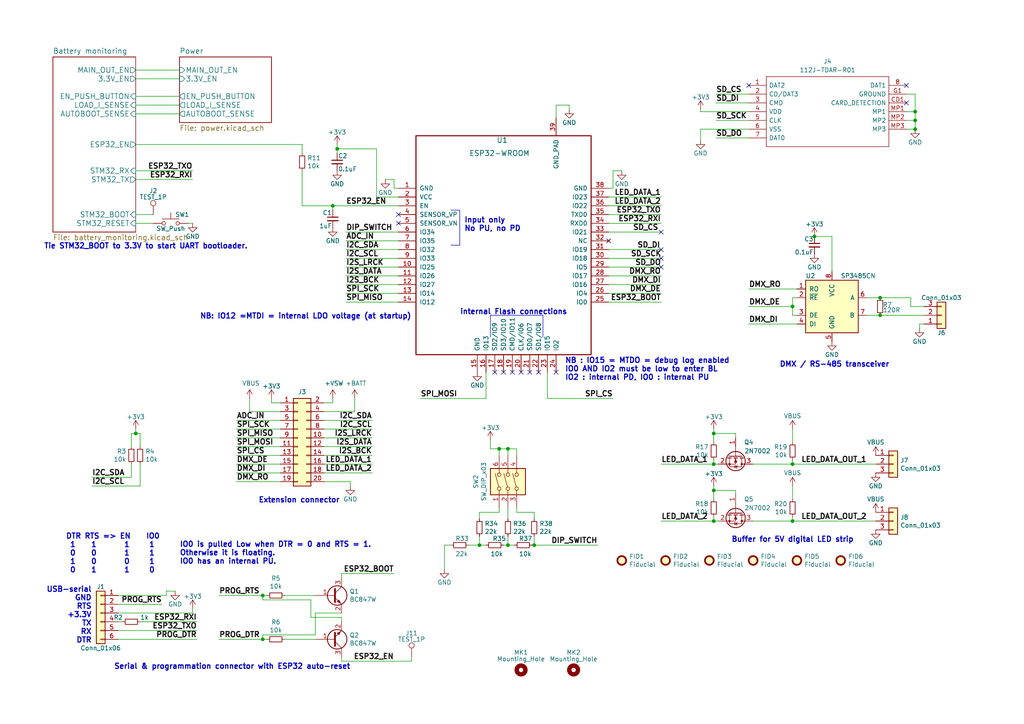
<source format=kicad_sch>
(kicad_sch (version 20231120) (generator "eeschema") (generator_version "8.0")
  (paper "A4")
  (title_block (title "ESP32 battery management module") (date "2023-06-14") (rev "3.2") (company "KXKM") (comment 1 "Tom Magnier / initial release") (comment 2 "Viven Henry / SD, Switch, Autoboot") (comment 3 "Clément SAILLANT / update Autoboot, readd SD"))
  (lib_symbols
    (symbol "112J-TDAR-R01:112J-TDAR-R01" (pin_names (offset 0.762))
      (property "Reference" "J" (at 41.91 7.62 0))
      (property "Value" "112J-TDAR-R01" (at 41.91 5.08 0))
      (symbol "112J-TDAR-R01_0_0"
        (pin passive line (at 0 0 0) (length 5.08) (name "DAT2") (number "1"))
        (pin passive line (at 0 -2.54 0) (length 5.08) (name "CD/DAT3") (number "2"))
        (pin passive line (at 0 -5.08 0) (length 5.08) (name "CMD") (number "3"))
        (pin passive line (at 0 -7.62 0) (length 5.08) (name "VDD") (number "4"))
        (pin passive line (at 0 -10.16 0) (length 5.08) (name "CLK") (number "5"))
        (pin passive line (at 0 -12.7 0) (length 5.08) (name "VSS") (number "6"))
        (pin passive line (at 0 -15.24 0) (length 5.08) (name "DAT0") (number "7"))
        (pin passive line (at 45.72 0 180) (length 5.08) (name "DAT1") (number "8"))
        (pin passive line (at 45.72 -5.08 180) (length 5.08) (name "CARD_DETECTION") (number "CD1"))
        (pin passive line (at 45.72 -2.54 180) (length 5.08) (name "GROUND") (number "G1"))
        (pin passive line (at 45.72 -7.62 180) (length 5.08) (name "MP1") (number "MP1"))
        (pin passive line (at 45.72 -10.16 180) (length 5.08) (name "MP2") (number "MP2"))
        (pin passive line (at 45.72 -12.7 180) (length 5.08) (name "MP3") (number "MP3"))
      )
    )
    (symbol "Connector:TestPoint" (pin_numbers hide) (pin_names (offset 0.762) hide)
      (property "Reference" "TP" (at 0 6.858 0))
      (property "Value" "Connector_TestPoint" (at 0 5.08 0))
      (symbol "TestPoint_1_1"
        (pin passive line (at 0 0 90) (length 2.54) (name "1") (number "1"))
      )
    )
    (symbol "Connector_Generic:Conn_01x03" (pin_names (offset 1.016) hide)
      (property "Reference" "J" (at 0 5.08 0))
      (property "Value" "Connector_Generic_Conn_01x03" (at 0 -5.08 0))
      (symbol "Conn_01x03_1_1"
        (pin passive line (at -5.08 2.54 0) (length 3.81) (name "Pin_1") (number "1"))
        (pin passive line (at -5.08 0 0) (length 3.81) (name "Pin_2") (number "2"))
        (pin passive line (at -5.08 -2.54 0) (length 3.81) (name "Pin_3") (number "3"))
      )
    )
    (symbol "Connector_Generic:Conn_01x06" (pin_names (offset 1.016) hide)
      (property "Reference" "J" (at 0 7.62 0))
      (property "Value" "Connector_Generic_Conn_01x06" (at 0 -10.16 0))
      (symbol "Conn_01x06_1_1"
        (pin passive line (at -5.08 5.08 0) (length 3.81) (name "Pin_1") (number "1"))
        (pin passive line (at -5.08 2.54 0) (length 3.81) (name "Pin_2") (number "2"))
        (pin passive line (at -5.08 0 0) (length 3.81) (name "Pin_3") (number "3"))
        (pin passive line (at -5.08 -2.54 0) (length 3.81) (name "Pin_4") (number "4"))
        (pin passive line (at -5.08 -5.08 0) (length 3.81) (name "Pin_5") (number "5"))
        (pin passive line (at -5.08 -7.62 0) (length 3.81) (name "Pin_6") (number "6"))
      )
    )
    (symbol "Connector_Generic:Conn_02x10_Odd_Even" (pin_names (offset 1.016) hide)
      (property "Reference" "J" (at 1.27 12.7 0))
      (property "Value" "Connector_Generic_Conn_02x10_Odd_Even" (at 1.27 -15.24 0))
      (symbol "Conn_02x10_Odd_Even_1_1"
        (pin passive line (at -5.08 10.16 0) (length 3.81) (name "Pin_1") (number "1"))
        (pin passive line (at 7.62 0 180) (length 3.81) (name "Pin_10") (number "10"))
        (pin passive line (at -5.08 -2.54 0) (length 3.81) (name "Pin_11") (number "11"))
        (pin passive line (at 7.62 -2.54 180) (length 3.81) (name "Pin_12") (number "12"))
        (pin passive line (at -5.08 -5.08 0) (length 3.81) (name "Pin_13") (number "13"))
        (pin passive line (at 7.62 -5.08 180) (length 3.81) (name "Pin_14") (number "14"))
        (pin passive line (at -5.08 -7.62 0) (length 3.81) (name "Pin_15") (number "15"))
        (pin passive line (at 7.62 -7.62 180) (length 3.81) (name "Pin_16") (number "16"))
        (pin passive line (at -5.08 -10.16 0) (length 3.81) (name "Pin_17") (number "17"))
        (pin passive line (at 7.62 -10.16 180) (length 3.81) (name "Pin_18") (number "18"))
        (pin passive line (at -5.08 -12.7 0) (length 3.81) (name "Pin_19") (number "19"))
        (pin passive line (at 7.62 10.16 180) (length 3.81) (name "Pin_2") (number "2"))
        (pin passive line (at 7.62 -12.7 180) (length 3.81) (name "Pin_20") (number "20"))
        (pin passive line (at -5.08 7.62 0) (length 3.81) (name "Pin_3") (number "3"))
        (pin passive line (at 7.62 7.62 180) (length 3.81) (name "Pin_4") (number "4"))
        (pin passive line (at -5.08 5.08 0) (length 3.81) (name "Pin_5") (number "5"))
        (pin passive line (at 7.62 5.08 180) (length 3.81) (name "Pin_6") (number "6"))
        (pin passive line (at -5.08 2.54 0) (length 3.81) (name "Pin_7") (number "7"))
        (pin passive line (at 7.62 2.54 180) (length 3.81) (name "Pin_8") (number "8"))
        (pin passive line (at -5.08 0 0) (length 3.81) (name "Pin_9") (number "9"))
      )
    )
    (symbol "Device:C_Small" (pin_numbers hide) (pin_names (offset 0.254) hide)
      (property "Reference" "C" (at 0.254 1.778 0))
      (property "Value" "Device_C_Small" (at 0.254 -2.032 0))
      (symbol "C_Small_1_1"
        (pin passive line (at 0 2.54 270) (length 2.032) (name "~") (number "1"))
        (pin passive line (at 0 -2.54 90) (length 2.032) (name "~") (number "2"))
      )
    )
    (symbol "Device:R_Small" (pin_numbers hide) (pin_names (offset 0.254) hide)
      (property "Reference" "R" (at 0.762 0.508 0))
      (property "Value" "Device_R_Small" (at 0.762 -1.016 0))
      (symbol "R_Small_1_1"
        (pin passive line (at 0 2.54 270) (length 0.762) (name "~") (number "1"))
        (pin passive line (at 0 -2.54 90) (length 0.762) (name "~") (number "2"))
      )
    )
    (symbol "Interface_UART:SP3485CN" (pin_names (offset 1.016))
      (property "Reference" "U" (at -7.62 8.89 0))
      (property "Value" "Interface_UART_SP3485CN" (at 2.54 8.89 0))
      (symbol "SP3485CN_1_1"
        (pin output line (at -10.16 5.08 0) (length 2.54) (name "RO") (number "1"))
        (pin input line (at -10.16 2.54 0) (length 2.54) (name "~{RE}") (number "2"))
        (pin input line (at -10.16 -2.54 0) (length 2.54) (name "DE") (number "3"))
        (pin input line (at -10.16 -5.08 0) (length 2.54) (name "DI") (number "4"))
        (pin power_in line (at 0 -10.16 90) (length 2.54) (name "GND") (number "5"))
        (pin bidirectional line (at 10.16 2.54 180) (length 2.54) (name "A") (number "6"))
        (pin bidirectional line (at 10.16 -2.54 180) (length 2.54) (name "B") (number "7"))
        (pin power_in line (at 0 10.16 270) (length 2.54) (name "VCC") (number "8"))
      )
    )
    (symbol "KXKM_ESP32_battery_management_board-rescue:ESP32-WROOM-espressif-xess" (pin_names (offset 1.016))
      (property "Reference" "U" (at 3.81 6.35 0))
      (property "Value" "ESP32-WROOM-espressif-xess" (at 3.81 3.81 0))
      (symbol "ESP32-WROOM-espressif-xess_1_1"
        (pin power_in line (at 0 0 0) (length 5.08) (name "GND") (number "1"))
        (pin bidirectional line (at 0 -22.86 0) (length 5.08) (name "IO25") (number "10"))
        (pin input line (at 0 -25.4 0) (length 5.08) (name "IO26") (number "11"))
        (pin bidirectional line (at 0 -27.94 0) (length 5.08) (name "IO27") (number "12"))
        (pin bidirectional line (at 0 -30.48 0) (length 5.08) (name "IO14") (number "13"))
        (pin bidirectional line (at 0 -33.02 0) (length 5.08) (name "IO12") (number "14"))
        (pin power_in line (at 22.86 -53.34 90) (length 5.08) (name "GND") (number "15"))
        (pin bidirectional line (at 25.4 -53.34 90) (length 5.08) (name "IO13") (number "16"))
        (pin bidirectional line (at 27.94 -53.34 90) (length 5.08) (name "SD2/IO9") (number "17"))
        (pin bidirectional line (at 30.48 -53.34 90) (length 5.08) (name "SD3/IO10") (number "18"))
        (pin bidirectional line (at 33.02 -53.34 90) (length 5.08) (name "CMD/IO11") (number "19"))
        (pin power_in line (at 0 -2.54 0) (length 5.08) (name "VCC") (number "2"))
        (pin bidirectional line (at 35.56 -53.34 90) (length 5.08) (name "CLK/IO6") (number "20"))
        (pin bidirectional line (at 38.1 -53.34 90) (length 5.08) (name "SD0/IO7") (number "21"))
        (pin bidirectional line (at 40.64 -53.34 90) (length 5.08) (name "SD1/IO8") (number "22"))
        (pin bidirectional line (at 43.18 -53.34 90) (length 5.08) (name "IO15") (number "23"))
        (pin bidirectional line (at 45.72 -53.34 90) (length 5.08) (name "IO2") (number "24"))
        (pin bidirectional line (at 60.96 -33.02 180) (length 5.08) (name "IO0") (number "25"))
        (pin bidirectional line (at 60.96 -30.48 180) (length 5.08) (name "IO4") (number "26"))
        (pin bidirectional line (at 60.96 -27.94 180) (length 5.08) (name "IO16") (number "27"))
        (pin bidirectional line (at 60.96 -25.4 180) (length 5.08) (name "IO17") (number "28"))
        (pin bidirectional line (at 60.96 -22.86 180) (length 5.08) (name "IO5") (number "29"))
        (pin input line (at 0 -5.08 0) (length 5.08) (name "EN") (number "3"))
        (pin bidirectional line (at 60.96 -20.32 180) (length 5.08) (name "IO18") (number "30"))
        (pin bidirectional line (at 60.96 -17.78 180) (length 5.08) (name "IO19") (number "31"))
        (pin no_connect line (at 60.96 -15.24 180) (length 5.08) (name "NC") (number "32"))
        (pin bidirectional line (at 60.96 -12.7 180) (length 5.08) (name "IO21") (number "33"))
        (pin bidirectional line (at 60.96 -10.16 180) (length 5.08) (name "RXD0") (number "34"))
        (pin bidirectional line (at 60.96 -7.62 180) (length 5.08) (name "TXD0") (number "35"))
        (pin bidirectional line (at 60.96 -5.08 180) (length 5.08) (name "IO22") (number "36"))
        (pin bidirectional line (at 60.96 -2.54 180) (length 5.08) (name "IO23") (number "37"))
        (pin power_in line (at 60.96 0 180) (length 5.08) (name "GND") (number "38"))
        (pin power_in line (at 45.72 20.32 270) (length 5.08) (name "GND_PAD") (number "39"))
        (pin input line (at 0 -7.62 0) (length 5.08) (name "SENSOR_VP") (number "4"))
        (pin input line (at 0 -10.16 0) (length 5.08) (name "SENSOR_VN") (number "5"))
        (pin bidirectional line (at 0 -12.7 0) (length 5.08) (name "IO34") (number "6"))
        (pin bidirectional line (at 0 -15.24 0) (length 5.08) (name "IO35") (number "7"))
        (pin bidirectional line (at 0 -17.78 0) (length 5.08) (name "IO32") (number "8"))
        (pin bidirectional line (at 0 -20.32 0) (length 5.08) (name "IO33") (number "9"))
      )
    )
    (symbol "Mechanical:Fiducial"
      (property "Reference" "FID" (at 0 5.08 0))
      (property "Value" "Mechanical_Fiducial" (at 0 3.175 0))
    )
    (symbol "Mechanical:MountingHole" (pin_names (offset 1.016))
      (property "Reference" "H" (at 0 5.08 0))
      (property "Value" "Mechanical_MountingHole" (at 0 3.175 0))
    )
    (symbol "Switch:SW_DIP_x03" (pin_names (offset 0) hide)
      (property "Reference" "SW" (at 0 8.89 0))
      (property "Value" "Switch_SW_DIP_x03" (at 0 -3.81 0))
      (symbol "SW_DIP_x03_1_1"
        (pin passive line (at -7.62 5.08 0) (length 5.08) (name "~") (number "1"))
        (pin passive line (at -7.62 2.54 0) (length 5.08) (name "~") (number "2"))
        (pin passive line (at -7.62 0 0) (length 5.08) (name "~") (number "3"))
        (pin passive line (at 7.62 0 180) (length 5.08) (name "~") (number "4"))
        (pin passive line (at 7.62 2.54 180) (length 5.08) (name "~") (number "5"))
        (pin passive line (at 7.62 5.08 180) (length 5.08) (name "~") (number "6"))
      )
    )
    (symbol "Switch:SW_Push" (pin_numbers hide) (pin_names (offset 1.016) hide)
      (property "Reference" "SW" (at 1.27 2.54 0))
      (property "Value" "Switch_SW_Push" (at 0 -1.524 0))
      (symbol "SW_Push_0_1"
        (pin passive line (at -5.08 0 0) (length 2.54) (name "1") (number "1"))
        (pin passive line (at 5.08 0 180) (length 2.54) (name "2") (number "2"))
      )
    )
    (symbol "Transistor_BJT:BC847W" (pin_names (offset 0) hide)
      (property "Reference" "Q" (at 5.08 1.905 0))
      (property "Value" "Transistor_BJT_BC847W" (at 5.08 0 0))
      (symbol "BC847W_1_1"
        (pin input line (at -5.08 0 0) (length 5.715) (name "B") (number "1"))
        (pin passive line (at 2.54 -5.08 90) (length 2.54) (name "E") (number "2"))
        (pin passive line (at 2.54 5.08 270) (length 2.54) (name "C") (number "3"))
      )
    )
    (symbol "Transistor_FET:2N7002" (pin_names hide)
      (property "Reference" "Q" (at 5.08 1.905 0))
      (property "Value" "Transistor_FET_2N7002" (at 5.08 0 0))
      (symbol "2N7002_1_1"
        (pin input line (at -5.08 0 0) (length 2.54) (name "G") (number "1"))
        (pin passive line (at 2.54 -5.08 90) (length 2.54) (name "S") (number "2"))
        (pin passive line (at 2.54 5.08 270) (length 2.54) (name "D") (number "3"))
      )
    )
    (symbol "power:+3.3V" (power) (pin_names (offset 0))
      (property "Value" "power_+3.3V" (at 0 3.556 0))
      (symbol "+3.3V_1_1"
        (pin power_in line (at 0 0 90) (length 0) hide (name "+3V3") (number "1"))
      )
    )
    (symbol "power:+BATT" (power) (pin_names (offset 0))
      (property "Value" "power_+BATT" (at 0 3.556 0))
      (symbol "+BATT_1_1"
        (pin power_in line (at 0 0 90) (length 0) hide (name "+BATT") (number "1"))
      )
    )
    (symbol "power:+VSW" (power) (pin_names (offset 0))
      (property "Value" "power_+VSW" (at 0 3.556 0))
      (symbol "+VSW_1_1"
        (pin power_in line (at 0 0 90) (length 0) hide (name "+VSW") (number "1"))
      )
    )
    (symbol "power:GND" (power) (pin_names (offset 0))
      (property "Value" "power_GND" (at 0 -3.81 0))
      (symbol "GND_1_1"
        (pin power_in line (at 0 0 270) (length 0) hide (name "GND") (number "1"))
      )
    )
    (symbol "power:VBUS" (power) (pin_names (offset 0))
      (property "Value" "power_VBUS" (at 0 3.81 0))
      (symbol "VBUS_1_1"
        (pin power_in line (at 0 0 90) (length 0) hide (name "VBUS") (number "1"))
      )
    )
  )
  (junction (at 154.94 158.115))
  (junction (at 265.43 34.925))
  (junction (at 147.32 158.115))
  (junction (at 207.01 142.24))
  (junction (at 76.2 185.42))
  (junction (at 97.79 43.18))
  (junction (at 76.2 172.72))
  (junction (at 39.37 125.73))
  (junction (at 207.01 151.13))
  (junction (at 147.32 130.175))
  (junction (at 229.87 151.13))
  (junction (at 207.01 134.62))
  (junction (at 255.27 91.44))
  (junction (at 236.22 68.58))
  (junction (at 96.52 59.69))
  (junction (at 139.065 158.115))
  (junction (at 229.87 134.62))
  (junction (at 229.87 88.9))
  (junction (at 265.43 37.465))
  (junction (at 265.43 32.385))
  (junction (at 207.01 125.73))
  (junction (at 255.27 86.36))
  (junction (at 144.78 130.175))
  (no_connect (at 151.13 107.95))
  (no_connect (at 115.57 62.23))
  (no_connect (at 176.53 69.85))
  (no_connect (at 191.77 72.39))
  (no_connect (at 143.51 107.95))
  (no_connect (at 156.21 107.95))
  (no_connect (at 191.77 74.93))
  (no_connect (at 146.05 107.95))
  (no_connect (at 262.89 29.845))
  (no_connect (at 161.29 107.95))
  (no_connect (at 148.59 107.95))
  (no_connect (at 115.57 64.77))
  (no_connect (at 191.77 77.47))
  (no_connect (at 262.89 24.765))
  (no_connect (at 153.67 107.95))
  (no_connect (at 217.17 24.765))
  (no_connect (at 191.77 67.31))
  (wire (pts (xy 38.1 134.62) (xy 38.1 138.43)))
  (wire (pts (xy 76.2 172.72) (xy 77.47 172.72)))
  (wire (pts (xy 140.97 115.57) (xy 121.92 115.57)))
  (wire (pts (xy 76.2 173.99) (xy 90.17 173.99)))
  (wire (pts (xy 68.58 127) (xy 81.28 127)))
  (wire (pts (xy 93.98 134.62) (xy 107.95 134.62)))
  (wire (pts (xy 144.78 130.175) (xy 142.24 130.175)))
  (wire (pts (xy 72.39 119.38) (xy 81.28 119.38)))
  (wire (pts (xy 231.14 93.98) (xy 217.17 93.98)))
  (wire (pts (xy 231.14 83.82) (xy 217.17 83.82)))
  (wire (pts (xy 229.87 88.9) (xy 229.87 91.44)))
  (wire (pts (xy 176.53 54.61) (xy 177.8 54.61)))
  (wire (pts (xy 39.37 27.94) (xy 52.07 27.94)))
  (wire (pts (xy 213.36 142.24) (xy 213.36 143.51)))
  (wire (pts (xy 255.27 91.44) (xy 267.97 91.44)))
  (wire (pts (xy 87.63 59.69) (xy 87.63 49.53)))
  (wire (pts (xy 109.22 57.15) (xy 109.22 43.18)))
  (wire (pts (xy 229.87 86.36) (xy 229.87 88.9)))
  (wire (pts (xy 90.17 173.99) (xy 90.17 179.07)))
  (wire (pts (xy 91.44 177.8) (xy 99.06 177.8)))
  (wire (pts (xy 265.43 27.305) (xy 265.43 32.385)))
  (wire (pts (xy 82.55 185.42) (xy 91.44 185.42)))
  (wire (pts (xy 266.7 93.98) (xy 267.97 93.98)))
  (wire (pts (xy 176.53 77.47) (xy 191.77 77.47)))
  (wire (pts (xy 68.58 134.62) (xy 81.28 134.62)))
  (wire (pts (xy 40.64 125.73) (xy 40.64 129.54)))
  (wire (pts (xy 203.2 40.64) (xy 203.2 37.465)))
  (wire (pts (xy 39.37 20.32) (xy 52.07 20.32)))
  (wire (pts (xy 100.33 69.85) (xy 115.57 69.85)))
  (wire (pts (xy 78.74 115.57) (xy 78.74 116.84)))
  (wire (pts (xy 251.46 91.44) (xy 255.27 91.44)))
  (wire (pts (xy 207.01 142.24) (xy 213.36 142.24)))
  (wire (pts (xy 229.87 88.9) (xy 217.17 88.9)))
  (wire (pts (xy 96.52 60.96) (xy 96.52 59.69)))
  (wire (pts (xy 100.33 72.39) (xy 115.57 72.39)))
  (polyline (pts (xy 133.35 60.96) (xy 133.35 71.12)))
  (wire (pts (xy 115.57 85.09) (xy 100.33 85.09)))
  (wire (pts (xy 99.06 167.64) (xy 99.06 166.37)))
  (wire (pts (xy 97.79 43.18) (xy 97.79 44.45)))
  (wire (pts (xy 100.33 67.31) (xy 115.57 67.31)))
  (wire (pts (xy 229.87 144.78) (xy 229.87 140.97)))
  (wire (pts (xy 96.52 59.69) (xy 115.57 59.69)))
  (wire (pts (xy 177.8 49.53) (xy 180.34 49.53)))
  (wire (pts (xy 128.905 158.115) (xy 128.905 165.1)))
  (wire (pts (xy 115.57 57.15) (xy 109.22 57.15)))
  (wire (pts (xy 229.87 91.44) (xy 231.14 91.44)))
  (wire (pts (xy 63.5 185.42) (xy 76.2 185.42)))
  (wire (pts (xy 38.1 125.73) (xy 39.37 125.73)))
  (wire (pts (xy 34.29 180.34) (xy 35.56 180.34)))
  (wire (pts (xy 39.37 62.23) (xy 44.45 62.23)))
  (polyline (pts (xy 130.81 60.96) (xy 133.35 60.96)))
  (wire (pts (xy 262.89 32.385) (xy 265.43 32.385)))
  (wire (pts (xy 115.57 74.93) (xy 100.33 74.93)))
  (wire (pts (xy 229.87 151.13) (xy 254 151.13)))
  (wire (pts (xy 34.29 182.88) (xy 57.15 182.88)))
  (polyline (pts (xy 142.24 91.44) (xy 157.48 91.44)))
  (wire (pts (xy 93.98 121.92) (xy 107.95 121.92)))
  (wire (pts (xy 114.3 54.61) (xy 114.3 52.07)))
  (wire (pts (xy 109.22 43.18) (xy 97.79 43.18)))
  (wire (pts (xy 213.36 125.73) (xy 213.36 127)))
  (wire (pts (xy 147.32 158.115) (xy 146.05 158.115)))
  (wire (pts (xy 161.29 34.29) (xy 161.29 30.48)))
  (wire (pts (xy 38.1 125.73) (xy 38.1 129.54)))
  (wire (pts (xy 119.38 191.77) (xy 119.38 190.5)))
  (wire (pts (xy 147.32 147.32) (xy 147.32 150.495)))
  (wire (pts (xy 191.77 64.77) (xy 176.53 64.77)))
  (wire (pts (xy 265.43 34.925) (xy 265.43 37.465)))
  (wire (pts (xy 207.01 125.73) (xy 213.36 125.73)))
  (wire (pts (xy 191.77 74.93) (xy 176.53 74.93)))
  (wire (pts (xy 154.94 158.115) (xy 173.355 158.115)))
  (wire (pts (xy 191.77 134.62) (xy 207.01 134.62)))
  (wire (pts (xy 191.77 57.15) (xy 176.53 57.15)))
  (wire (pts (xy 39.37 125.73) (xy 40.64 125.73)))
  (wire (pts (xy 176.53 87.63) (xy 191.77 87.63)))
  (wire (pts (xy 99.06 191.77) (xy 119.38 191.77)))
  (wire (pts (xy 264.16 86.36) (xy 264.16 88.9)))
  (wire (pts (xy 93.98 139.7) (xy 101.6 139.7)))
  (wire (pts (xy 147.32 130.175) (xy 149.86 130.175)))
  (wire (pts (xy 50.8 171.45) (xy 48.26 171.45)))
  (wire (pts (xy 130.81 158.115) (xy 128.905 158.115)))
  (wire (pts (xy 114.3 52.07) (xy 111.76 52.07)))
  (wire (pts (xy 264.16 88.9) (xy 267.97 88.9)))
  (wire (pts (xy 229.87 86.36) (xy 231.14 86.36)))
  (wire (pts (xy 68.58 129.54) (xy 81.28 129.54)))
  (wire (pts (xy 265.43 32.385) (xy 265.43 34.925)))
  (wire (pts (xy 100.33 77.47) (xy 115.57 77.47)))
  (wire (pts (xy 149.86 130.175) (xy 149.86 132.08)))
  (wire (pts (xy 91.44 184.15) (xy 91.44 177.8)))
  (wire (pts (xy 229.87 134.62) (xy 254 134.62)))
  (wire (pts (xy 207.01 151.13) (xy 208.28 151.13)))
  (wire (pts (xy 203.2 37.465) (xy 217.17 37.465)))
  (wire (pts (xy 76.2 173.99) (xy 76.2 172.72)))
  (wire (pts (xy 207.01 140.97) (xy 207.01 142.24)))
  (wire (pts (xy 139.065 158.115) (xy 135.89 158.115)))
  (wire (pts (xy 34.29 175.26) (xy 46.99 175.26)))
  (wire (pts (xy 144.78 130.175) (xy 147.32 130.175)))
  (wire (pts (xy 139.065 158.115) (xy 140.97 158.115)))
  (wire (pts (xy 100.33 80.01) (xy 115.57 80.01)))
  (wire (pts (xy 99.06 191.77) (xy 99.06 190.5)))
  (wire (pts (xy 207.01 134.62) (xy 207.01 133.35)))
  (wire (pts (xy 218.44 134.62) (xy 229.87 134.62)))
  (wire (pts (xy 101.6 140.97) (xy 101.6 139.7)))
  (wire (pts (xy 87.63 41.91) (xy 87.63 44.45)))
  (wire (pts (xy 154.94 148.59) (xy 154.94 150.495)))
  (wire (pts (xy 241.3 68.58) (xy 241.3 78.74)))
  (wire (pts (xy 93.98 116.84) (xy 96.52 116.84)))
  (wire (pts (xy 149.86 147.32) (xy 149.86 148.59)))
  (wire (pts (xy 158.75 107.95) (xy 158.75 115.57)))
  (wire (pts (xy 34.29 177.8) (xy 55.88 177.8)))
  (wire (pts (xy 255.27 86.36) (xy 264.16 86.36)))
  (wire (pts (xy 140.97 107.95) (xy 140.97 115.57)))
  (wire (pts (xy 115.57 82.55) (xy 100.33 82.55)))
  (wire (pts (xy 90.17 179.07) (xy 99.06 179.07)))
  (wire (pts (xy 207.645 40.005) (xy 217.17 40.005)))
  (polyline (pts (xy 133.35 71.12) (xy 130.81 71.12)))
  (wire (pts (xy 191.77 151.13) (xy 207.01 151.13)))
  (wire (pts (xy 229.87 151.13) (xy 229.87 149.86)))
  (wire (pts (xy 48.26 171.45) (xy 48.26 172.72)))
  (wire (pts (xy 251.46 86.36) (xy 255.27 86.36)))
  (wire (pts (xy 39.37 33.02) (xy 52.07 33.02)))
  (wire (pts (xy 191.77 72.39) (xy 176.53 72.39)))
  (wire (pts (xy 207.01 124.46) (xy 207.01 125.73)))
  (wire (pts (xy 203.2 32.385) (xy 217.17 32.385)))
  (wire (pts (xy 39.37 30.48) (xy 52.07 30.48)))
  (wire (pts (xy 39.37 64.77) (xy 44.45 64.77)))
  (wire (pts (xy 68.58 137.16) (xy 81.28 137.16)))
  (wire (pts (xy 207.01 125.73) (xy 207.01 128.27)))
  (wire (pts (xy 154.94 158.115) (xy 154.305 158.115)))
  (wire (pts (xy 55.88 177.8) (xy 55.88 176.53)))
  (wire (pts (xy 93.98 124.46) (xy 107.95 124.46)))
  (wire (pts (xy 262.89 34.925) (xy 265.43 34.925)))
  (wire (pts (xy 144.78 132.08) (xy 144.78 130.175)))
  (wire (pts (xy 176.53 59.69) (xy 191.77 59.69)))
  (wire (pts (xy 207.645 29.845) (xy 217.17 29.845)))
  (wire (pts (xy 39.37 125.73) (xy 39.37 124.46)))
  (wire (pts (xy 207.01 151.13) (xy 207.01 149.86)))
  (wire (pts (xy 96.52 116.84) (xy 96.52 115.57)))
  (wire (pts (xy 48.26 172.72) (xy 34.29 172.72)))
  (wire (pts (xy 139.065 148.59) (xy 139.065 150.495)))
  (wire (pts (xy 68.58 132.08) (xy 81.28 132.08)))
  (wire (pts (xy 115.57 87.63) (xy 100.33 87.63)))
  (wire (pts (xy 39.37 52.07) (xy 55.88 52.07)))
  (wire (pts (xy 40.64 140.97) (xy 26.67 140.97)))
  (wire (pts (xy 93.98 129.54) (xy 107.95 129.54)))
  (wire (pts (xy 142.24 127.635) (xy 142.24 130.175)))
  (wire (pts (xy 191.77 82.55) (xy 176.53 82.55)))
  (wire (pts (xy 207.01 142.24) (xy 207.01 144.78)))
  (wire (pts (xy 93.98 119.38) (xy 102.87 119.38)))
  (polyline (pts (xy 142.24 97.79) (xy 142.24 91.44)))
  (wire (pts (xy 262.89 27.305) (xy 265.43 27.305)))
  (wire (pts (xy 191.77 67.31) (xy 176.53 67.31)))
  (wire (pts (xy 93.98 127) (xy 107.95 127)))
  (wire (pts (xy 265.43 37.465) (xy 262.89 37.465)))
  (wire (pts (xy 139.065 155.575) (xy 139.065 158.115)))
  (wire (pts (xy 147.32 132.08) (xy 147.32 130.175)))
  (wire (pts (xy 38.1 138.43) (xy 26.67 138.43)))
  (wire (pts (xy 34.29 185.42) (xy 57.15 185.42)))
  (wire (pts (xy 218.44 151.13) (xy 229.87 151.13)))
  (wire (pts (xy 165.1 30.48) (xy 165.1 31.75)))
  (wire (pts (xy 91.44 184.15) (xy 76.2 184.15)))
  (wire (pts (xy 68.58 121.92) (xy 81.28 121.92)))
  (wire (pts (xy 99.06 179.07) (xy 99.06 180.34)))
  (wire (pts (xy 76.2 184.15) (xy 76.2 185.42)))
  (wire (pts (xy 115.57 54.61) (xy 114.3 54.61)))
  (wire (pts (xy 191.77 85.09) (xy 176.53 85.09)))
  (wire (pts (xy 144.78 148.59) (xy 139.065 148.59)))
  (wire (pts (xy 39.37 22.86) (xy 52.07 22.86)))
  (wire (pts (xy 176.53 80.01) (xy 191.77 80.01)))
  (wire (pts (xy 82.55 172.72) (xy 91.44 172.72)))
  (wire (pts (xy 207.645 27.305) (xy 217.17 27.305)))
  (wire (pts (xy 177.8 54.61) (xy 177.8 49.53)))
  (wire (pts (xy 158.75 115.57) (xy 177.8 115.57)))
  (wire (pts (xy 72.39 115.57) (xy 72.39 119.38)))
  (wire (pts (xy 147.32 155.575) (xy 147.32 158.115)))
  (wire (pts (xy 87.63 41.91) (xy 39.37 41.91)))
  (wire (pts (xy 203.2 32.385) (xy 203.2 31.75)))
  (wire (pts (xy 63.5 172.72) (xy 76.2 172.72)))
  (polyline (pts (xy 157.48 91.44) (xy 157.48 97.79)))
  (wire (pts (xy 99.06 166.37) (xy 114.3 166.37)))
  (wire (pts (xy 68.58 139.7) (xy 81.28 139.7)))
  (wire (pts (xy 76.2 185.42) (xy 77.47 185.42)))
  (wire (pts (xy 161.29 30.48) (xy 165.1 30.48)))
  (wire (pts (xy 236.22 68.58) (xy 241.3 68.58)))
  (wire (pts (xy 93.98 132.08) (xy 107.95 132.08)))
  (wire (pts (xy 40.64 134.62) (xy 40.64 140.97)))
  (wire (pts (xy 55.88 49.53) (xy 39.37 49.53)))
  (wire (pts (xy 229.87 124.46) (xy 229.87 128.27)))
  (wire (pts (xy 93.98 137.16) (xy 107.95 137.16)))
  (wire (pts (xy 266.7 95.25) (xy 266.7 93.98)))
  (wire (pts (xy 154.94 155.575) (xy 154.94 158.115)))
  (wire (pts (xy 147.32 158.115) (xy 149.225 158.115)))
  (wire (pts (xy 144.78 147.32) (xy 144.78 148.59)))
  (wire (pts (xy 68.58 124.46) (xy 81.28 124.46)))
  (wire (pts (xy 55.88 64.77) (xy 54.61 64.77)))
  (wire (pts (xy 176.53 62.23) (xy 191.77 62.23)))
  (wire (pts (xy 87.63 59.69) (xy 96.52 59.69)))
  (wire (pts (xy 149.86 148.59) (xy 154.94 148.59)))
  (wire (pts (xy 102.87 119.38) (xy 102.87 115.57)))
  (wire (pts (xy 207.01 134.62) (xy 208.28 134.62)))
  (wire (pts (xy 229.87 134.62) (xy 229.87 133.35)))
  (wire (pts (xy 78.74 116.84) (xy 81.28 116.84)))
  (wire (pts (xy 57.15 180.34) (xy 40.64 180.34)))
  (wire (pts (xy 207.645 34.925) (xy 217.17 34.925)))
  (wire (pts (xy 97.79 41.91) (xy 97.79 43.18)))
  (text "DMX / RS-485 transceiver" (at 226.06 106.68 0) (effects (font (size 1.524 1.524) (thickness 0.3048) (bold yes)) (justify left bottom)))
  (text "Tie STM32_BOOT to 3.3V to start UART bootloader." (at 12.7 72.39 0) (effects (font (size 1.524 1.524) (thickness 0.3048) (bold yes)) (justify left bottom)))
  (text "DTR RTS => EN    IO0\n 1    1       1     1\n 0    0       1     1\n 1    0       0     1\n 0    1       1     0" (at 19.05 166.37 0) (effects (font (size 1.524 1.524) (thickness 0.3048) (bold yes)) (justify left bottom)))
  (text "Input only\nNo PU, no PD" (at 134.62 67.31 0) (effects (font (size 1.524 1.524) (thickness 0.3048) (bold yes)) (justify left bottom)))
  (text "Buffer for 5V digital LED strip" (at 212.09 157.48 0) (effects (font (size 1.524 1.524) (thickness 0.3048) (bold yes)) (justify left bottom)))
  (text "USB-serial\nGND\nRTS\n+3.3V\nTX\nRX\nDTR" (at 26.67 186.69 0) (effects (font (size 1.524 1.524) (thickness 0.3048) (bold yes)) (justify right bottom)))
  (text "NB : IO15 = MTDO = debug log enabled\nIO0 AND IO2 must be low to enter BL \nIO2 : internal PD, IO0 : internal PU" (at 163.83 110.49 0) (effects (font (size 1.524 1.524) (thickness 0.3048) (bold yes)) (justify left bottom)))
  (text "Serial & programmation connector with ESP32 auto-reset" (at 33.02 194.31 0) (effects (font (size 1.524 1.524) (thickness 0.3048) (bold yes)) (justify left bottom)))
  (text "IO0 is pulled Low when DTR = 0 and RTS = 1.\nOtherwise it is floating.\nIO0 has an internal PU." (at 52.07 163.83 0) (effects (font (size 1.524 1.524) (thickness 0.3048) (bold yes)) (justify left bottom)))
  (text "NB: IO12 =MTDI = internal LDO voltage (at startup)" (at 119.38 92.71 0) (effects (font (size 1.524 1.524) (thickness 0.3048) (bold yes)) (justify right bottom)))
  (text "internal Flash connections" (at 133.35 91.44 0) (effects (font (size 1.524 1.524) (thickness 0.3048) (bold yes)) (justify left bottom)))
  (text "Extension connector" (at 74.93 146.05 0) (effects (font (size 1.524 1.524) (thickness 0.3048) (bold yes)) (justify left bottom)))
  (label "PROG_RTS" (at 63.5 172.72 0) (effects (font (size 1.524 1.524) (thickness 0.3048) (bold yes))))
  (label "DMX_DI" (at 217.17 93.98 0) (effects (font (size 1.524 1.524) (thickness 0.3048) (bold yes))))
  (label "LED_DATA_1" (at 191.77 57.15 180) (effects (font (size 1.524 1.524) (thickness 0.3048) (bold yes))))
  (label "I2S_LRCK" (at 107.95 127 180) (effects (font (size 1.524 1.524) (thickness 0.3048) (bold yes))))
  (label "ESP32_TXO" (at 57.15 182.88 180) (effects (font (size 1.524 1.524) (thickness 0.3048) (bold yes))))
  (label "LED_DATA_1" (at 107.95 134.62 180) (effects (font (size 1.524 1.524) (thickness 0.3048) (bold yes))))
  (label "LED_DATA_OUT_2" (at 251.46 151.13 180) (effects (font (size 1.524 1.524) (thickness 0.3048) (bold yes))))
  (label "DIP_SWITCH" (at 173.355 158.115 180) (effects (font (size 1.524 1.524) (thickness 0.3048) (bold yes))))
  (label "I2C_SDA" (at 100.33 72.39 0) (effects (font (size 1.524 1.524) (thickness 0.3048) (bold yes))))
  (label "ESP32_TXO" (at 191.77 62.23 180) (effects (font (size 1.524 1.524) (thickness 0.3048) (bold yes))))
  (label "SD_SCK" (at 182.88 74.93 0) (effects (font (size 1.524 1.524) (thickness 0.3048) (bold yes))))
  (label "ESP32_RXI" (at 55.88 52.07 180) (effects (font (size 1.524 1.524) (thickness 0.3048) (bold yes))))
  (label "I2S_BCK" (at 100.33 82.55 0) (effects (font (size 1.524 1.524) (thickness 0.3048) (bold yes))))
  (label "SD_DO" (at 207.645 40.005 0) (effects (font (size 1.524 1.524) (thickness 0.3048) (bold yes))))
  (label "DMX_RO" (at 217.17 83.82 0) (effects (font (size 1.524 1.524) (thickness 0.3048) (bold yes))))
  (label "I2S_DATA" (at 100.33 80.01 0) (effects (font (size 1.524 1.524) (thickness 0.3048) (bold yes))))
  (label "SPI_SCK" (at 68.58 124.46 0) (effects (font (size 1.524 1.524) (thickness 0.3048) (bold yes))))
  (label "ESP32_TXO" (at 55.88 49.53 180) (effects (font (size 1.524 1.524) (thickness 0.3048) (bold yes))))
  (label "ESP32_BOOT" (at 191.77 87.63 180) (effects (font (size 1.524 1.524) (thickness 0.3048) (bold yes))))
  (label "ESP32_EN" (at 114.3 191.77 180) (effects (font (size 1.524 1.524) (thickness 0.3048) (bold yes))))
  (label "SD_DI" (at 184.785 72.39 0) (effects (font (size 1.524 1.524) (thickness 0.3048) (bold yes))))
  (label "DMX_DI" (at 68.58 137.16 0) (effects (font (size 1.524 1.524) (thickness 0.3048) (bold yes))))
  (label "ESP32_BOOT" (at 114.3 166.37 180) (effects (font (size 1.524 1.524) (thickness 0.3048) (bold yes))))
  (label "SPI_MISO" (at 68.58 127 0) (effects (font (size 1.524 1.524) (thickness 0.3048) (bold yes))))
  (label "I2S_LRCK" (at 100.33 77.47 0) (effects (font (size 1.524 1.524) (thickness 0.3048) (bold yes))))
  (label "ADC_IN" (at 100.33 69.85 0) (effects (font (size 1.524 1.524) (thickness 0.3048) (bold yes))))
  (label "I2C_SCL" (at 100.33 74.93 0) (effects (font (size 1.524 1.524) (thickness 0.3048) (bold yes))))
  (label "SD_SCK" (at 207.645 34.925 0) (effects (font (size 1.524 1.524) (thickness 0.3048) (bold yes))))
  (label "SD_CS" (at 207.645 27.305 0) (effects (font (size 1.524 1.524) (thickness 0.3048) (bold yes))))
  (label "PROG_RTS" (at 46.99 175.26 180) (effects (font (size 1.524 1.524) (thickness 0.3048) (bold yes))))
  (label "DMX_DE" (at 217.17 88.9 0) (effects (font (size 1.524 1.524) (thickness 0.3048) (bold yes))))
  (label "I2C_SCL" (at 26.67 140.97 0) (effects (font (size 1.524 1.524) (thickness 0.3048) (bold yes))))
  (label "LED_DATA_1" (at 191.77 134.62 0) (effects (font (size 1.524 1.524) (thickness 0.3048) (bold yes))))
  (label "SPI_MISO" (at 100.33 87.63 0) (effects (font (size 1.524 1.524) (thickness 0.3048) (bold yes))))
  (label "SD_DI" (at 207.645 29.845 0) (effects (font (size 1.524 1.524) (thickness 0.3048) (bold yes))))
  (label "PROG_DTR" (at 63.5 185.42 0) (effects (font (size 1.524 1.524) (thickness 0.3048) (bold yes))))
  (label "SD_DO" (at 184.15 77.47 0) (effects (font (size 1.524 1.524) (thickness 0.3048) (bold yes))))
  (label "ESP32_RXI" (at 57.15 180.34 180) (effects (font (size 1.524 1.524) (thickness 0.3048) (bold yes))))
  (label "SPI_SCK" (at 100.33 85.09 0) (effects (font (size 1.524 1.524) (thickness 0.3048) (bold yes))))
  (label "SPI_MOSI" (at 68.58 129.54 0) (effects (font (size 1.524 1.524) (thickness 0.3048) (bold yes))))
  (label "SD_CS" (at 183.515 67.31 0) (effects (font (size 1.524 1.524) (thickness 0.3048) (bold yes))))
  (label "DMX_RO" (at 191.77 80.01 180) (effects (font (size 1.524 1.524) (thickness 0.3048) (bold yes))))
  (label "DMX_DI" (at 191.77 82.55 180) (effects (font (size 1.524 1.524) (thickness 0.3048) (bold yes))))
  (label "SPI_CS" (at 68.58 132.08 0) (effects (font (size 1.524 1.524) (thickness 0.3048) (bold yes))))
  (label "I2C_SDA" (at 26.67 138.43 0) (effects (font (size 1.524 1.524) (thickness 0.3048) (bold yes))))
  (label "LED_DATA_OUT_1" (at 251.46 134.62 180) (effects (font (size 1.524 1.524) (thickness 0.3048) (bold yes))))
  (label "DMX_RO" (at 68.58 139.7 0) (effects (font (size 1.524 1.524) (thickness 0.3048) (bold yes))))
  (label "DMX_DE" (at 68.58 134.62 0) (effects (font (size 1.524 1.524) (thickness 0.3048) (bold yes))))
  (label "ADC_IN" (at 68.58 121.92 0) (effects (font (size 1.524 1.524) (thickness 0.3048) (bold yes))))
  (label "DIP_SWITCH" (at 100.33 67.31 0) (effects (font (size 1.524 1.524) (thickness 0.3048) (bold yes))))
  (label "SPI_MOSI" (at 121.92 115.57 0) (effects (font (size 1.524 1.524) (thickness 0.3048) (bold yes))))
  (label "ESP32_RXI" (at 191.77 64.77 180) (effects (font (size 1.524 1.524) (thickness 0.3048) (bold yes))))
  (label "SPI_CS" (at 177.8 115.57 180) (effects (font (size 1.524 1.524) (thickness 0.3048) (bold yes))))
  (label "LED_DATA_2" (at 191.77 59.69 180) (effects (font (size 1.524 1.524) (thickness 0.3048) (bold yes))))
  (label "PROG_DTR" (at 57.15 185.42 180) (effects (font (size 1.524 1.524) (thickness 0.3048) (bold yes))))
  (label "LED_DATA_2" (at 191.77 151.13 0) (effects (font (size 1.524 1.524) (thickness 0.3048) (bold yes))))
  (label "LED_DATA_2" (at 107.95 137.16 180) (effects (font (size 1.524 1.524) (thickness 0.3048) (bold yes))))
  (label "ESP32_EN" (at 100.33 59.69 0) (effects (font (size 1.524 1.524) (thickness 0.3048) (bold yes))))
  (label "I2C_SDA" (at 107.95 121.92 180) (effects (font (size 1.524 1.524) (thickness 0.3048) (bold yes))))
  (label "I2C_SCL" (at 107.95 124.46 180) (effects (font (size 1.524 1.524) (thickness 0.3048) (bold yes))))
  (label "DMX_DE" (at 191.77 85.09 180) (effects (font (size 1.524 1.524) (thickness 0.3048) (bold yes))))
  (label "I2S_DATA" (at 107.95 129.54 180) (effects (font (size 1.524 1.524) (thickness 0.3048) (bold yes))))
  (label "I2S_BCK" (at 107.95 132.08 180) (effects (font (size 1.524 1.524) (thickness 0.3048) (bold yes))))
  (symbol (lib_id "KXKM_ESP32_battery_management_board-rescue:ESP32-WROOM-espressif-xess") (at 115.57 54.61 0) (unit 1)
    (property "Reference" "U1" (at 147.32 40.64 0) (effects (font (size 1.524 1.524)) (justify right)))
    (property "Value" "ESP32-WROOM" (at 153.67 44.45 0) (effects (font (size 1.524 1.524)) (justify right)))
    (property "Footprint" "RF_Module:ESP32-WROOM-32U" (effects (hide yes)))
    (property "LCSC" "C529580" (effects (hide yes)))
  )
  (symbol (lib_id "Interface_UART:SP3485CN") (at 241.3 88.9 0) (unit 1)
    (property "Reference" "U2" (at 233.68 80.01 0) (effects (justify left)))
    (property "Value" "SP3485CN" (at 243.84 80.01 0) (effects (justify left)))
    (property "Footprint" "Package_SO:SOIC-8_3.9x4.9mm_P1.27mm" (effects (hide yes)))
    (property "LCSC" "C668205" (effects (hide yes)))
  )
  (symbol (lib_id "power:GND") (at 111.76 52.07 0) (unit 1)
    (property "Reference" "#PWR01" (effects (hide yes)))
    (property "Value" "GND" (at 111.76 55.88 0))
  )
  (symbol (lib_id "power:GND") (at 180.34 49.53 0) (unit 1)
    (property "Reference" "#PWR02" (effects (hide yes)))
    (property "Value" "GND" (at 180.34 53.34 0))
  )
  (symbol (lib_id "power:GND") (at 138.43 107.95 0) (unit 1)
    (property "Reference" "#PWR03" (effects (hide yes)))
    (property "Value" "GND" (at 138.43 111.76 0))
  )
  (symbol (lib_id "Device:C_Small") (at 97.79 46.99 0) (unit 1)
    (property "Reference" "C2" (at 98.044 45.212 0) (effects (justify left)))
    (property "Value" "0.1uF" (at 98.044 49.022 0) (effects (justify left)))
    (property "Footprint" "Capacitor_SMD:C_0603_1608Metric" (effects (hide yes)))
    (property "LCSC" "C14663" (effects (hide yes)))
  )
  (symbol (lib_id "power:GND") (at 97.79 49.53 0) (unit 1)
    (property "Reference" "#PWR04" (effects (hide yes)))
    (property "Value" "GND" (at 97.79 53.34 0))
  )
  (symbol (lib_id "power:+3.3V") (at 97.79 41.91 0) (unit 1)
    (property "Reference" "#PWR05" (effects (hide yes)))
    (property "Value" "+3V3" (at 97.79 38.354 0))
  )
  (symbol (lib_id "Mechanical:MountingHole") (at 166.37 194.31 0) (unit 1)
    (property "Reference" "MK2" (at 166.37 189.23 0))
    (property "Value" "Mounting_Hole" (at 166.37 191.135 0))
    (property "Footprint" "MountingHole:MountingHole_3.2mm_M3" (effects (hide yes)))
  )
  (symbol (lib_id "Mechanical:MountingHole") (at 151.13 194.31 0) (unit 1)
    (property "Reference" "MK1" (at 151.13 189.23 0))
    (property "Value" "Mounting_Hole" (at 151.13 191.135 0))
    (property "Footprint" "MountingHole:MountingHole_3.2mm_M3" (effects (hide yes)))
  )
  (symbol (lib_id "Switch:SW_Push") (at 49.53 64.77 0) (unit 1)
    (property "Reference" "SW1" (at 50.8 62.23 0) (effects (justify left)))
    (property "Value" "SW_Push" (at 49.53 66.294 0))
    (property "Footprint" "Button_Switch_SMD:SW_SPST_KMR2" (effects (hide yes)))
    (property "LCSC" "C128941" (effects (hide yes)))
  )
  (symbol (lib_id "Connector:TestPoint") (at 44.45 62.23 0) (unit 1)
    (property "Reference" "J2" (at 44.45 55.372 0))
    (property "Value" "TEST_1P" (at 44.45 57.15 0))
    (property "Footprint" "TestPoint:TestPoint_Pad_D1.5mm" (effects (hide yes)))
  )
  (symbol (lib_id "power:GND") (at 55.88 64.77 0) (unit 1)
    (property "Reference" "#PWR018" (effects (hide yes)))
    (property "Value" "GND" (at 55.88 68.58 0))
  )
  (symbol (lib_id "Connector_Generic:Conn_01x06") (at 29.21 177.8 0) (mirror y) (unit 1)
    (property "Reference" "J1" (at 29.21 170.18 0))
    (property "Value" "Conn_01x06" (at 29.21 187.96 0))
    (property "Footprint" "Connector_PinHeader_2.54mm:PinHeader_1x06_P2.54mm_Vertical" (effects (hide yes)))
  )
  (symbol (lib_id "power:GND") (at 50.8 171.45 0) (unit 1)
    (property "Reference" "#PWR019" (effects (hide yes)))
    (property "Value" "GND" (at 50.8 175.26 0))
  )
  (symbol (lib_id "power:+3.3V") (at 55.88 176.53 0) (unit 1)
    (property "Reference" "#PWR020" (effects (hide yes)))
    (property "Value" "+3V3" (at 55.88 172.974 0))
  )
  (symbol (lib_id "Device:C_Small") (at 96.52 63.5 0) (mirror y) (unit 1)
    (property "Reference" "C1" (at 96.266 61.722 0) (effects (justify left)))
    (property "Value" "1uF" (at 96.266 65.532 0) (effects (justify left)))
    (property "Footprint" "Capacitor_SMD:C_0603_1608Metric" (effects (hide yes)))
    (property "LCSC" "C15849" (effects (hide yes)))
  )
  (symbol (lib_id "power:GND") (at 96.52 66.04 0) (unit 1)
    (property "Reference" "#PWR021" (effects (hide yes)))
    (property "Value" "GND" (at 96.52 69.85 0))
  )
  (symbol (lib_id "power:+3.3V") (at 39.37 124.46 0) (unit 1)
    (property "Reference" "#PWR06" (effects (hide yes)))
    (property "Value" "+3V3" (at 39.37 120.904 0))
  )
  (symbol (lib_id "power:+3.3V") (at 207.01 124.46 0) (unit 1)
    (property "Reference" "#PWR010" (effects (hide yes)))
    (property "Value" "+3V3" (at 207.01 120.904 0))
  )
  (symbol (lib_id "power:GND") (at 241.3 99.06 0) (unit 1)
    (property "Reference" "#PWR011" (effects (hide yes)))
    (property "Value" "GND" (at 241.3 102.87 0))
  )
  (symbol (lib_id "Device:C_Small") (at 236.22 71.12 0) (mirror y) (unit 1)
    (property "Reference" "C3" (at 235.966 69.342 0) (effects (justify left)))
    (property "Value" "0.1uF" (at 235.966 73.152 0) (effects (justify left)))
    (property "Footprint" "Capacitor_SMD:C_0603_1608Metric" (effects (hide yes)))
    (property "LCSC" "C14663" (effects (hide yes)))
  )
  (symbol (lib_id "power:+3.3V") (at 236.22 68.58 0) (unit 1)
    (property "Reference" "#PWR012" (effects (hide yes)))
    (property "Value" "+3V3" (at 236.22 65.024 0))
  )
  (symbol (lib_id "power:GND") (at 236.22 73.66 0) (unit 1)
    (property "Reference" "#PWR013" (effects (hide yes)))
    (property "Value" "GND" (at 236.22 77.47 0))
  )
  (symbol (lib_id "Device:R_Small") (at 255.27 88.9 0) (unit 1)
    (property "Reference" "R7" (at 256.032 88.392 0) (effects (justify left)))
    (property "Value" "120R" (at 256.032 89.916 0) (effects (justify left)))
    (property "Footprint" "Resistor_SMD:R_0603_1608Metric" (effects (hide yes)))
    (property "LCSC" "C114681" (effects (hide yes)))
  )
  (symbol (lib_id "Connector_Generic:Conn_01x03") (at 273.05 91.44 0) (mirror x) (unit 1)
    (property "Reference" "J6" (at 273.05 96.52 0))
    (property "Value" "Conn_01x03" (at 273.05 86.36 0))
    (property "Footprint" "Connector_PinHeader_2.54mm:PinHeader_1x03_P2.54mm_Vertical" (effects (hide yes)))
  )
  (symbol (lib_id "power:GND") (at 266.7 95.25 0) (unit 1)
    (property "Reference" "#PWR014" (effects (hide yes)))
    (property "Value" "GND" (at 266.7 99.06 0))
  )
  (symbol (lib_id "power:GND") (at 165.1 31.75 0) (unit 1)
    (property "Reference" "#PWR029" (effects (hide yes)))
    (property "Value" "GND" (at 165.1 35.56 0))
  )
  (symbol (lib_id "power:GND") (at 254 153.67 0) (unit 1)
    (property "Reference" "#PWR015" (effects (hide yes)))
    (property "Value" "GND" (at 254 157.48 0))
  )
  (symbol (lib_id "power:+3.3V") (at 207.01 140.97 0) (unit 1)
    (property "Reference" "#PWR022" (effects (hide yes)))
    (property "Value" "+3V3" (at 207.01 137.414 0))
  )
  (symbol (lib_id "power:VBUS") (at 229.87 124.46 0) (unit 1)
    (property "Reference" "#PWR030" (effects (hide yes)))
    (property "Value" "VBUS" (at 229.87 120.65 0))
  )
  (symbol (lib_id "power:VBUS") (at 229.87 140.97 0) (unit 1)
    (property "Reference" "#PWR031" (effects (hide yes)))
    (property "Value" "VBUS" (at 229.87 137.16 0))
  )
  (symbol (lib_id "power:VBUS") (at 254 132.08 0) (unit 1)
    (property "Reference" "#PWR032" (effects (hide yes)))
    (property "Value" "VBUS" (at 254 128.27 0))
  )
  (symbol (lib_id "Connector:TestPoint") (at 119.38 190.5 0) (unit 1)
    (property "Reference" "J11" (at 119.38 183.642 0))
    (property "Value" "TEST_1P" (at 119.38 185.42 0))
    (property "Footprint" "TestPoint:TestPoint_Pad_D1.5mm" (effects (hide yes)))
  )
  (symbol (lib_id "Device:R_Small") (at 80.01 172.72 270) (unit 1)
    (property "Reference" "R5" (at 80.01 167.7416 90))
    (property "Value" "10k" (at 80.01 170.053 90))
    (property "Footprint" "Resistor_SMD:R_0603_1608Metric" (effects (hide yes)))
    (property "LCSC" "C25804" (effects (hide yes)))
  )
  (symbol (lib_id "Device:R_Small") (at 80.01 185.42 270) (unit 1)
    (property "Reference" "R6" (at 80.01 180.4416 90))
    (property "Value" "10k" (at 80.01 182.753 90))
    (property "Footprint" "Resistor_SMD:R_0603_1608Metric" (effects (hide yes)))
    (property "LCSC" "C25804" (effects (hide yes)))
  )
  (symbol (lib_id "Transistor_BJT:BC847W") (at 96.52 172.72 0) (unit 1)
    (property "Reference" "Q1" (at 101.3714 171.5516 0) (effects (justify left)))
    (property "Value" "BC847W" (at 101.3714 173.863 0) (effects (justify left)))
    (property "Footprint" "Package_TO_SOT_SMD:SOT-323_SC-70" (effects (hide yes)))
    (property "Datasheet" "http://www.infineon.com/dgdl/Infineon-BC847SERIES_BC848SERIES_BC849SERIES_BC850SERIES-DS-v01_01-en.pdf?fileId=db3a304314dca389011541d4630a1657" (effects (hide yes)))
    (property "LCSC" "C130418" (effects (hide yes)))
  )
  (symbol (lib_id "Transistor_BJT:BC847W") (at 96.52 185.42 0) (mirror x) (unit 1)
    (property "Reference" "Q2" (at 101.3714 184.2516 0) (effects (justify left)))
    (property "Value" "BC847W" (at 101.3714 186.563 0) (effects (justify left)))
    (property "Footprint" "Package_TO_SOT_SMD:SOT-323_SC-70" (effects (hide yes)))
    (property "Datasheet" "http://www.infineon.com/dgdl/Infineon-BC847SERIES_BC848SERIES_BC849SERIES_BC850SERIES-DS-v01_01-en.pdf?fileId=db3a304314dca389011541d4630a1657" (effects (hide yes)))
    (property "LCSC" "C130418" (effects (hide yes)))
  )
  (symbol (lib_id "Device:R_Small") (at 38.1 180.34 270) (unit 1)
    (property "Reference" "R2" (at 34.29 179.07 90))
    (property "Value" "1k" (at 41.91 179.07 90))
    (property "Footprint" "Resistor_SMD:R_0603_1608Metric" (effects (hide yes)))
    (property "LCSC" "C21190" (effects (hide yes)))
  )
  (symbol (lib_id "Device:R_Small") (at 40.64 132.08 180) (unit 1)
    (property "Reference" "R4" (at 42.1386 130.9116 0) (effects (justify right)))
    (property "Value" "10k" (at 42.1386 133.223 0) (effects (justify right)))
    (property "Footprint" "Resistor_SMD:R_0603_1608Metric" (effects (hide yes)))
    (property "LCSC" "C25804" (effects (hide yes)))
  )
  (symbol (lib_id "Device:R_Small") (at 38.1 132.08 0) (mirror x) (unit 1)
    (property "Reference" "R3" (at 36.6014 130.9116 0) (effects (justify right)))
    (property "Value" "10k" (at 36.6014 133.223 0) (effects (justify right)))
    (property "Footprint" "Resistor_SMD:R_0603_1608Metric" (effects (hide yes)))
    (property "LCSC" "C25804" (effects (hide yes)))
  )
  (symbol (lib_id "Device:R_Small") (at 87.63 46.99 180) (unit 1)
    (property "Reference" "R11" (at 89.1286 45.8216 0) (effects (justify right)))
    (property "Value" "10k" (at 89.1286 48.133 0) (effects (justify right)))
    (property "Footprint" "Resistor_SMD:R_0603_1608Metric" (effects (hide yes)))
    (property "LCSC" "C25804" (effects (hide yes)))
  )
  (symbol (lib_id "Transistor_FET:2N7002") (at 213.36 148.59 270) (unit 1)
    (property "Reference" "Q5" (at 217.17 144.78 90))
    (property "Value" "2N7002" (at 219.71 147.32 90))
    (property "Footprint" "Package_TO_SOT_SMD:SOT-23" (effects (hide yes)))
    (property "Datasheet" "https://www.fairchildsemi.com/datasheets/2N/2N7002.pdf" (effects (hide yes)))
    (property "LCSC" "C8545" (effects (hide yes)))
  )
  (symbol (lib_id "Transistor_FET:2N7002") (at 213.36 132.08 270) (unit 1)
    (property "Reference" "Q4" (at 217.17 128.27 90))
    (property "Value" "2N7002" (at 219.71 130.81 90))
    (property "Footprint" "Package_TO_SOT_SMD:SOT-23" (effects (hide yes)))
    (property "Datasheet" "https://www.fairchildsemi.com/datasheets/2N/2N7002.pdf" (effects (hide yes)))
    (property "LCSC" "C8545" (effects (hide yes)))
  )
  (symbol (lib_id "Device:R_Small") (at 207.01 130.81 0) (mirror x) (unit 1)
    (property "Reference" "R17" (at 205.5114 129.6416 0) (effects (justify right)))
    (property "Value" "10k" (at 205.5114 131.953 0) (effects (justify right)))
    (property "Footprint" "Resistor_SMD:R_0603_1608Metric" (effects (hide yes)))
    (property "LCSC" "C25804" (effects (hide yes)))
  )
  (symbol (lib_id "Device:R_Small") (at 207.01 147.32 0) (mirror x) (unit 1)
    (property "Reference" "R18" (at 205.5114 146.1516 0) (effects (justify right)))
    (property "Value" "10k" (at 205.5114 148.463 0) (effects (justify right)))
    (property "Footprint" "Resistor_SMD:R_0603_1608Metric" (effects (hide yes)))
    (property "LCSC" "C25804" (effects (hide yes)))
  )
  (symbol (lib_id "Device:R_Small") (at 229.87 130.81 0) (mirror x) (unit 1)
    (property "Reference" "R19" (at 228.3714 129.6416 0) (effects (justify right)))
    (property "Value" "10k" (at 228.3714 131.953 0) (effects (justify right)))
    (property "Footprint" "Resistor_SMD:R_0603_1608Metric" (effects (hide yes)))
    (property "LCSC" "C25804" (effects (hide yes)))
  )
  (symbol (lib_id "Device:R_Small") (at 229.87 147.32 0) (mirror x) (unit 1)
    (property "Reference" "R20" (at 228.3714 146.1516 0) (effects (justify right)))
    (property "Value" "10k" (at 228.3714 148.463 0) (effects (justify right)))
    (property "Footprint" "Resistor_SMD:R_0603_1608Metric" (effects (hide yes)))
    (property "LCSC" "C25804" (effects (hide yes)))
  )
  (symbol (lib_id "power:GND") (at 101.6 140.97 0) (unit 1)
    (property "Reference" "#PWR0127" (effects (hide yes)))
    (property "Value" "GND" (at 101.6 144.78 0))
  )
  (symbol (lib_id "power:+3.3V") (at 78.74 115.57 0) (unit 1)
    (property "Reference" "#PWR0128" (effects (hide yes)))
    (property "Value" "+3V3" (at 78.74 112.014 0))
  )
  (symbol (lib_id "power:+VSW") (at 96.52 115.57 0) (unit 1)
    (property "Reference" "#PWR0129" (effects (hide yes)))
    (property "Value" "+VSW" (at 96.901 111.1758 0))
  )
  (symbol (lib_id "Connector_Generic:Conn_02x10_Odd_Even") (at 86.36 127 0) (unit 1)
    (property "Reference" "J3" (at 87.63 113.665 0))
    (property "Value" "Conn_02x10_Odd_Even" (effects (hide yes)))
    (property "Footprint" "Connector_PinSocket_2.54mm:PinSocket_2x10_P2.54mm_Vertical_SMD" (effects (hide yes)))
  )
  (symbol (lib_id "Mechanical:Fiducial") (at 180.34 162.56 0) (unit 1)
    (property "Reference" "FID1" (at 182.499 161.3916 0) (effects (justify left)))
    (property "Value" "Fiducial" (at 182.499 163.703 0) (effects (justify left)))
    (property "Footprint" "Fiducial:Fiducial_0.5mm_Mask1mm" (effects (hide yes)))
  )
  (symbol (lib_id "Mechanical:Fiducial") (at 193.04 162.56 0) (unit 1)
    (property "Reference" "FID2" (at 195.199 161.3916 0) (effects (justify left)))
    (property "Value" "Fiducial" (at 195.199 163.703 0) (effects (justify left)))
    (property "Footprint" "Fiducial:Fiducial_0.5mm_Mask1mm" (effects (hide yes)))
  )
  (symbol (lib_id "Mechanical:Fiducial") (at 205.74 162.56 0) (unit 1)
    (property "Reference" "FID3" (at 207.899 161.3916 0) (effects (justify left)))
    (property "Value" "Fiducial" (at 207.899 163.703 0) (effects (justify left)))
    (property "Footprint" "Fiducial:Fiducial_0.5mm_Mask1mm" (effects (hide yes)))
  )
  (symbol (lib_id "Mechanical:Fiducial") (at 218.44 162.56 0) (unit 1)
    (property "Reference" "FID4" (at 220.599 161.3916 0) (effects (justify left)))
    (property "Value" "Fiducial" (at 220.599 163.703 0) (effects (justify left)))
    (property "Footprint" "Fiducial:Fiducial_0.5mm_Mask1mm" (effects (hide yes)))
  )
  (symbol (lib_id "Mechanical:Fiducial") (at 231.14 162.56 0) (unit 1)
    (property "Reference" "FID5" (at 233.299 161.3916 0) (effects (justify left)))
    (property "Value" "Fiducial" (at 233.299 163.703 0) (effects (justify left)))
    (property "Footprint" "Fiducial:Fiducial_0.5mm_Mask1mm" (effects (hide yes)))
  )
  (symbol (lib_id "Mechanical:Fiducial") (at 243.84 162.56 0) (unit 1)
    (property "Reference" "FID6" (at 245.999 161.3916 0) (effects (justify left)))
    (property "Value" "Fiducial" (at 245.999 163.703 0) (effects (justify left)))
    (property "Footprint" "Fiducial:Fiducial_0.5mm_Mask1mm" (effects (hide yes)))
  )
  (symbol (lib_id "Connector_Generic:Conn_01x03") (at 259.08 134.62 0) (unit 1)
    (property "Reference" "J7" (at 261.112 133.5532 0) (effects (justify left)))
    (property "Value" "Conn_01x03" (at 261.112 135.8646 0) (effects (justify left)))
    (property "Footprint" "Connector_JST:JST_EH_B3B-EH-A_1x03_P2.50mm_Vertical" (effects (hide yes)))
  )
  (symbol (lib_id "Connector_Generic:Conn_01x03") (at 259.08 151.13 0) (unit 1)
    (property "Reference" "J8" (at 261.112 150.0632 0) (effects (justify left)))
    (property "Value" "Conn_01x03" (at 261.112 152.3746 0) (effects (justify left)))
    (property "Footprint" "Connector_JST:JST_EH_B3B-EH-A_1x03_P2.50mm_Vertical" (effects (hide yes)))
  )
  (symbol (lib_id "power:+BATT") (at 102.87 115.57 0) (unit 1)
    (property "Reference" "#PWR0103" (effects (hide yes)))
    (property "Value" "+BATT" (at 103.251 111.1758 0))
  )
  (symbol (lib_id "power:VBUS") (at 72.39 115.57 0) (unit 1)
    (property "Reference" "#PWR0104" (effects (hide yes)))
    (property "Value" "VBUS" (at 72.771 111.1758 0))
  )
  (symbol (lib_id "power:GND") (at 254 137.16 0) (unit 1)
    (property "Reference" "#PWR0109" (effects (hide yes)))
    (property "Value" "GND" (at 254 140.97 0))
  )
  (symbol (lib_id "power:VBUS") (at 254 148.59 0) (unit 1)
    (property "Reference" "#PWR0110" (effects (hide yes)))
    (property "Value" "VBUS" (at 254 144.78 0))
  )
  (symbol (lib_id "Device:R_Small") (at 139.065 153.035 180) (unit 1)
    (property "Reference" "R34" (at 140.5636 151.8666 0) (effects (justify right)))
    (property "Value" "22k" (at 140.5636 154.178 0) (effects (justify right)))
    (property "Footprint" "Resistor_SMD:R_0603_1608Metric" (effects (hide yes)))
    (property "LCSC" "C31850" (effects (hide yes)))
  )
  (symbol (lib_id "Device:R_Small") (at 147.32 153.035 180) (unit 1)
    (property "Reference" "R36" (at 148.8186 151.8666 0) (effects (justify right)))
    (property "Value" "22k" (at 148.8186 154.178 0) (effects (justify right)))
    (property "Footprint" "Resistor_SMD:R_0603_1608Metric" (effects (hide yes)))
    (property "LCSC" "C31850" (effects (hide yes)))
  )
  (symbol (lib_id "Device:R_Small") (at 154.94 153.035 180) (unit 1)
    (property "Reference" "R38" (at 156.4386 151.8666 0) (effects (justify right)))
    (property "Value" "22k" (at 156.4386 154.178 0) (effects (justify right)))
    (property "Footprint" "Resistor_SMD:R_0603_1608Metric" (effects (hide yes)))
    (property "LCSC" "C31850" (effects (hide yes)))
  )
  (symbol (lib_id "Device:R_Small") (at 133.35 158.115 90) (unit 1)
    (property "Reference" "R33" (at 132.08 156.21 90) (effects (justify right)))
    (property "Value" "22k" (at 132.08 160.655 90) (effects (justify right)))
    (property "Footprint" "Resistor_SMD:R_0603_1608Metric" (effects (hide yes)))
    (property "LCSC" "C31850" (effects (hide yes)))
  )
  (symbol (lib_id "Device:R_Small") (at 143.51 158.115 90) (unit 1)
    (property "Reference" "R35" (at 142.875 156.21 90) (effects (justify right)))
    (property "Value" "10k" (at 142.24 160.655 90) (effects (justify right)))
    (property "Footprint" "Resistor_SMD:R_0603_1608Metric" (effects (hide yes)))
    (property "LCSC" "C25804" (effects (hide yes)))
  )
  (symbol (lib_id "Switch:SW_DIP_x03") (at 149.86 139.7 90) (unit 1)
    (property "Reference" "SW2" (at 137.9982 139.7 0))
    (property "Value" "SW_DIP_x03" (at 140.3096 139.7 0))
    (property "Footprint" "Button_Switch_THT:SW_DIP_SPSTx03_Piano_CTS_Series194-3MSTN_W7.62mm_P2.54mm" (effects (hide yes)))
    (property "LCSC" "C319070" (effects (hide yes)))
  )
  (symbol (lib_id "Device:R_Small") (at 151.765 158.115 90) (unit 1)
    (property "Reference" "R37" (at 150.495 156.21 90) (effects (justify right)))
    (property "Value" "10k" (at 150.495 160.655 90) (effects (justify right)))
    (property "Footprint" "Resistor_SMD:R_0603_1608Metric" (effects (hide yes)))
    (property "LCSC" "C25804" (effects (hide yes)))
  )
  (symbol (lib_id "power:GND") (at 128.905 165.1 0) (unit 1)
    (property "Reference" "#PWR0111" (effects (hide yes)))
    (property "Value" "GND" (at 128.905 168.91 0))
  )
  (symbol (lib_id "power:+3.3V") (at 142.24 127.635 0) (unit 1)
    (property "Reference" "#PWR0112" (effects (hide yes)))
    (property "Value" "+3V3" (at 142.24 124.079 0))
  )
  (symbol (lib_id "112J-TDAR-R01:112J-TDAR-R01") (at 217.17 24.765 0) (unit 1)
    (property "Reference" "J4" (at 240.03 17.78 0))
    (property "Value" "112J-TDAR-R01" (at 240.03 20.32 0))
    (property "Footprint" "112JTDARR01" (effects (hide yes)))
    (property "Datasheet" "https://cdn.sos.sk/productdata/2c/8b/de324bd3/112j-tdar-r01.pdf" (effects (hide yes)))
    (property "Description" "Connector: for cards; SD Micro; push-push; SMT; gold-plated" (effects (hide yes)))
    (property "Height" "2" (effects (hide yes)))
    (property "Manufacturer_Name" "ATTEND" (effects (hide yes)))
    (property "Manufacturer_Part_Number" "112J-TDAR-R01" (effects (hide yes)))
  )
  (symbol (lib_id "power:GND") (at 203.2 40.64 0) (unit 1)
    (property "Reference" "#PWR09" (effects (hide yes)))
    (property "Value" "GND" (at 203.2 44.45 0))
  )
  (symbol (lib_id "power:+3.3V") (at 203.2 31.75 0) (unit 1)
    (property "Reference" "#PWR016" (effects (hide yes)))
    (property "Value" "+3V3" (at 203.2 28.194 0))
  )
  (symbol (lib_id "power:GND") (at 265.43 37.465 0) (unit 1)
    (property "Reference" "#PWR017" (effects (hide yes)))
    (property "Value" "GND" (at 265.43 41.275 0))
  )
  (sheet (at 15.3416 16.51) (size 24.0284 50.8)
    (property "Sheetname" "Battery monitoring" (at 15.3416 15.6714 0) (effects (font (size 1.524 1.524)) (justify left bottom)))
    (property "Sheetfile" "battery_monitoring.kicad_sch" (at 15.3416 67.9962 0) (effects (font (size 1.524 1.524)) (justify left top)))
    (pin "MAIN_OUT_EN" output (at 39.37 20.32 0) (effects (font (size 1.524 1.524))))
    (pin "3.3V_EN" output (at 39.37 22.86 0) (effects (font (size 1.524 1.524))))
    (pin "EN_PUSH_BUTTON" input (at 39.37 27.94 0) (effects (font (size 1.524 1.524))))
    (pin "ESP32_EN" output (at 39.37 41.91 0) (effects (font (size 1.524 1.524))))
    (pin "STM32_RX" input (at 39.37 49.53 0) (effects (font (size 1.524 1.524))))
    (pin "STM32_TX" output (at 39.37 52.07 0) (effects (font (size 1.524 1.524))))
    (pin "STM32_RESET" input (at 39.37 64.77 0) (effects (font (size 1.524 1.524))))
    (pin "STM32_BOOT" input (at 39.37 62.23 0) (effects (font (size 1.524 1.524))))
    (pin "LOAD_I_SENSE" input (at 39.37 30.48 0) (effects (font (size 1.524 1.524))))
    (pin "AUTOBOOT_SENSE" input (at 39.37 33.02 0) (effects (font (size 1.524 1.524))))
  )
  (sheet (at 52.07 16.51) (size 26.67 19.05)
    (property "Sheetname" "Power" (at 52.07 15.6714 0) (effects (font (size 1.524 1.524)) (justify left bottom)))
    (property "Sheetfile" "power.kicad_sch" (at 52.07 36.2462 0) (effects (font (size 1.524 1.524)) (justify left top)))
    (pin "MAIN_OUT_EN" input (at 52.07 20.32 180) (effects (font (size 1.524 1.524))))
    (pin "3.3V_EN" input (at 52.07 22.86 180) (effects (font (size 1.524 1.524))))
    (pin "EN_PUSH_BUTTON" output (at 52.07 27.94 180) (effects (font (size 1.524 1.524))))
    (pin "LOAD_I_SENSE" output (at 52.07 30.48 180) (effects (font (size 1.524 1.524))))
    (pin "AUTOBOOT_SENSE" output (at 52.07 33.02 180) (effects (font (size 1.524 1.524))))
  )
)
</source>
